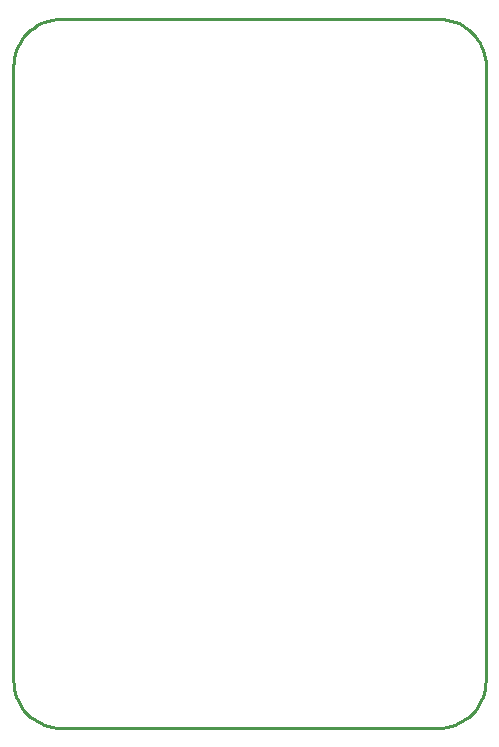
<source format=gbr>
G04 EAGLE Gerber RS-274X export*
G75*
%MOMM*%
%FSLAX34Y34*%
%LPD*%
%IN*%
%IPPOS*%
%AMOC8*
5,1,8,0,0,1.08239X$1,22.5*%
G01*
G04 Define Apertures*
%ADD10C,0.254000*%
D10*
X-40000Y-260000D02*
X-39848Y-263486D01*
X-39392Y-266946D01*
X-38637Y-270353D01*
X-37588Y-273681D01*
X-36252Y-276905D01*
X-34641Y-280000D01*
X-32766Y-282943D01*
X-30642Y-285712D01*
X-28284Y-288284D01*
X-25712Y-290642D01*
X-22943Y-292766D01*
X-20000Y-294641D01*
X-16905Y-296252D01*
X-13681Y-297588D01*
X-10353Y-298637D01*
X-6946Y-299392D01*
X-3486Y-299848D01*
X0Y-300000D01*
X319790Y-300000D01*
X323276Y-299848D01*
X326736Y-299392D01*
X330143Y-298637D01*
X333471Y-297588D01*
X336695Y-296252D01*
X339790Y-294641D01*
X342733Y-292766D01*
X345502Y-290642D01*
X348074Y-288284D01*
X350432Y-285712D01*
X352556Y-282943D01*
X354431Y-280000D01*
X356042Y-276905D01*
X357378Y-273681D01*
X358427Y-270353D01*
X359182Y-266946D01*
X359638Y-263486D01*
X359790Y-260000D01*
X359790Y0D01*
X359973Y261469D01*
X359848Y263486D01*
X359392Y266946D01*
X358637Y270353D01*
X357588Y273681D01*
X356252Y276905D01*
X354641Y280000D01*
X352766Y282943D01*
X350642Y285711D01*
X348284Y288284D01*
X345712Y290642D01*
X342943Y292766D01*
X340000Y294641D01*
X336905Y296252D01*
X333681Y297588D01*
X330353Y298637D01*
X326946Y299392D01*
X323486Y299848D01*
X320000Y300000D01*
X0Y300000D01*
X-3486Y299848D01*
X-6946Y299392D01*
X-10353Y298637D01*
X-13681Y297588D01*
X-16905Y296252D01*
X-20000Y294641D01*
X-22943Y292766D01*
X-25712Y290642D01*
X-28284Y288284D01*
X-30642Y285712D01*
X-32766Y282943D01*
X-34641Y280000D01*
X-36252Y276905D01*
X-37588Y273681D01*
X-38637Y270353D01*
X-39392Y266946D01*
X-39848Y263486D01*
X-40000Y260000D01*
X-40000Y-260000D01*
M02*

</source>
